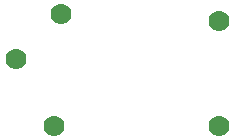
<source format=gbr>
G04 EasyPC Gerber Version 21.0.3 Build 4286 *
G04 #@! TF.Part,Single*
G04 #@! TF.FileFunction,Soldermask,Bot *
G04 #@! TF.FilePolarity,Negative *
%FSLAX35Y35*%
%MOIN*%
G04 #@! TA.AperFunction,WasherPad*
%ADD17C,0.07000*%
X0Y0D02*
D02*
D17*
X72750Y157750D03*
X85250Y135250D03*
X87750Y172750D03*
X140250Y135250D03*
Y170250D03*
X0Y0D02*
M02*

</source>
